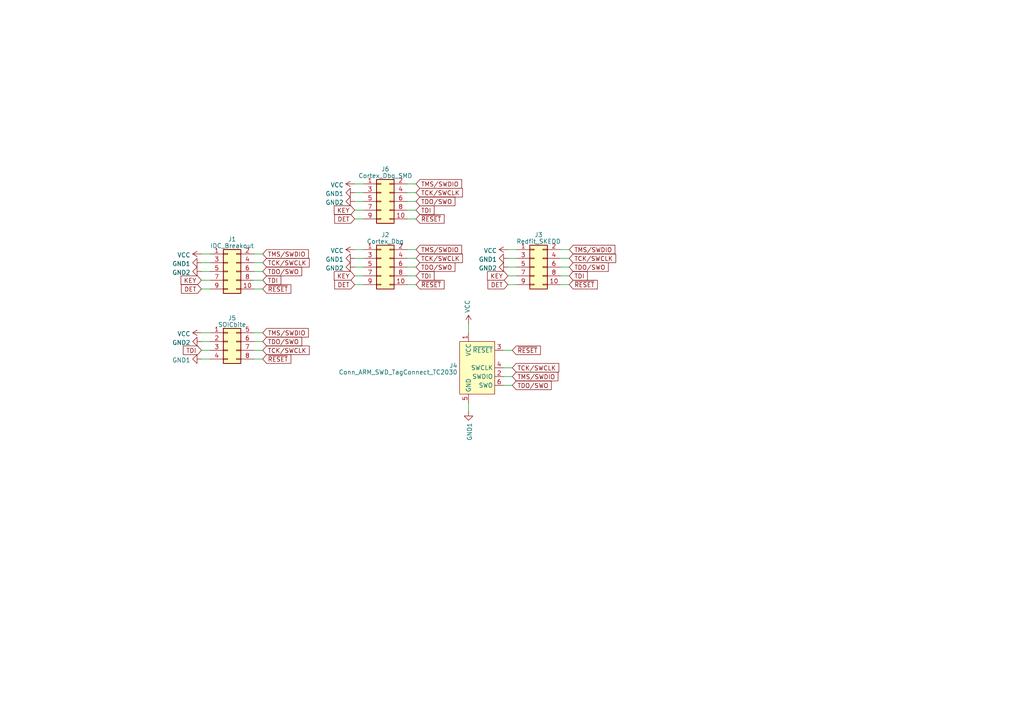
<source format=kicad_sch>
(kicad_sch (version 20230121) (generator eeschema)
  (paper "A4")
  (lib_symbols
    (symbol "Connector:Conn_ARM_SWD_TagConnect_TC2030" (in_bom no)
      (property "Reference" "J" (at 2.54 11.43 0))
      (property "Value" "Conn_ARM_SWD_TagConnect_TC2030" (at 5.08 8.89 0))
      (symbol "Conn_ARM_SWD_TagConnect_TC2030_0_0"
        (pin power_in line (at -2.54 10.16 270) (length 2.54) (name "VCC") (number "1"))
        (pin bidirectional line (at 7.62 -2.54 180) (length 2.54) (name "SWDIO") (number "2"))
        (pin open_collector line (at 7.62 5.08 180) (length 2.54) (name "~{RESET}") (number "3"))
        (pin output line (at 7.62 0 180) (length 2.54) (name "SWCLK") (number "4"))
        (pin power_in line (at -2.54 -10.16 90) (length 2.54) (name "GND") (number "5"))
        (pin input line (at 7.62 -5.08 180) (length 2.54) (name "SWO") (number "6"))
      )
      (symbol "Conn_ARM_SWD_TagConnect_TC2030_0_1"
        (rectangle (start -5.08 7.62) (end 5.08 -7.62) (fill (type background)))
      )
    )
    (symbol "Connector_Generic:Conn_02x04_Top_Bottom" (pin_names (offset 1.016) hide)
      (property "Reference" "J" (at 1.27 5.08 0))
      (property "Value" "Conn_02x04_Top_Bottom" (at 1.27 -7.62 0))
      (symbol "Conn_02x04_Top_Bottom_1_1"
        (rectangle (start -1.27 -4.953) (end 0 -5.207) (stroke (width 0.1524)))
        (rectangle (start -1.27 -2.413) (end 0 -2.667) (stroke (width 0.1524)))
        (rectangle (start -1.27 0.127) (end 0 -0.127) (stroke (width 0.1524)))
        (rectangle (start -1.27 2.667) (end 0 2.413) (stroke (width 0.1524)))
        (rectangle (start -1.27 3.81) (end 3.81 -6.35) (stroke (width 0.254)) (fill (type background)))
        (rectangle (start 3.81 -4.953) (end 2.54 -5.207) (stroke (width 0.1524)))
        (rectangle (start 3.81 -2.413) (end 2.54 -2.667) (stroke (width 0.1524)))
        (rectangle (start 3.81 0.127) (end 2.54 -0.127) (stroke (width 0.1524)))
        (rectangle (start 3.81 2.667) (end 2.54 2.413) (stroke (width 0.1524)))
        (pin passive line (at -5.08 2.54 0) (length 3.81) (name "Pin_1") (number "1"))
        (pin passive line (at -5.08 0 0) (length 3.81) (name "Pin_2") (number "2"))
        (pin passive line (at -5.08 -2.54 0) (length 3.81) (name "Pin_3") (number "3"))
        (pin passive line (at -5.08 -5.08 0) (length 3.81) (name "Pin_4") (number "4"))
        (pin passive line (at 7.62 2.54 180) (length 3.81) (name "Pin_5") (number "5"))
        (pin passive line (at 7.62 0 180) (length 3.81) (name "Pin_6") (number "6"))
        (pin passive line (at 7.62 -2.54 180) (length 3.81) (name "Pin_7") (number "7"))
        (pin passive line (at 7.62 -5.08 180) (length 3.81) (name "Pin_8") (number "8"))
      )
    )
    (symbol "Connector_Generic:Conn_02x05_Odd_Even" (pin_names (offset 1.016) hide)
      (property "Reference" "J" (at 1.27 7.62 0))
      (property "Value" "Conn_02x05_Odd_Even" (at 1.27 -7.62 0))
      (symbol "Conn_02x05_Odd_Even_1_1"
        (rectangle (start -1.27 -4.953) (end 0 -5.207) (stroke (width 0.1524)))
        (rectangle (start -1.27 -2.413) (end 0 -2.667) (stroke (width 0.1524)))
        (rectangle (start -1.27 0.127) (end 0 -0.127) (stroke (width 0.1524)))
        (rectangle (start -1.27 2.667) (end 0 2.413) (stroke (width 0.1524)))
        (rectangle (start -1.27 5.207) (end 0 4.953) (stroke (width 0.1524)))
        (rectangle (start -1.27 6.35) (end 3.81 -6.35) (stroke (width 0.254)) (fill (type background)))
        (rectangle (start 3.81 -4.953) (end 2.54 -5.207) (stroke (width 0.1524)))
        (rectangle (start 3.81 -2.413) (end 2.54 -2.667) (stroke (width 0.1524)))
        (rectangle (start 3.81 0.127) (end 2.54 -0.127) (stroke (width 0.1524)))
        (rectangle (start 3.81 2.667) (end 2.54 2.413) (stroke (width 0.1524)))
        (rectangle (start 3.81 5.207) (end 2.54 4.953) (stroke (width 0.1524)))
        (pin passive line (at -5.08 5.08 0) (length 3.81) (name "Pin_1") (number "1"))
        (pin passive line (at 7.62 -5.08 180) (length 3.81) (name "Pin_10") (number "10"))
        (pin passive line (at 7.62 5.08 180) (length 3.81) (name "Pin_2") (number "2"))
        (pin passive line (at -5.08 2.54 0) (length 3.81) (name "Pin_3") (number "3"))
        (pin passive line (at 7.62 2.54 180) (length 3.81) (name "Pin_4") (number "4"))
        (pin passive line (at -5.08 0 0) (length 3.81) (name "Pin_5") (number "5"))
        (pin passive line (at 7.62 0 180) (length 3.81) (name "Pin_6") (number "6"))
        (pin passive line (at -5.08 -2.54 0) (length 3.81) (name "Pin_7") (number "7"))
        (pin passive line (at 7.62 -2.54 180) (length 3.81) (name "Pin_8") (number "8"))
        (pin passive line (at -5.08 -5.08 0) (length 3.81) (name "Pin_9") (number "9"))
      )
    )
    (symbol "power:GND1" (power) (pin_names (offset 0))
      (property "Value" "GND1" (at 0 -3.81 0))
      (symbol "GND1_0_1"
        (polyline (pts (xy 0 0) (xy 0 -1.27) (xy 1.27 -1.27) (xy 0 -2.54) (xy -1.27 -1.27) (xy 0 -1.27)))
      )
      (symbol "GND1_1_1"
        (pin power_in line (at 0 0 270) (length 0) hide (name "GND1") (number "1"))
      )
    )
    (symbol "power:GND2" (power) (pin_names (offset 0))
      (property "Value" "GND2" (at 0 -3.81 0))
      (symbol "GND2_0_1"
        (polyline (pts (xy 0 0) (xy 0 -1.27) (xy 1.27 -1.27) (xy 0 -2.54) (xy -1.27 -1.27) (xy 0 -1.27)))
      )
      (symbol "GND2_1_1"
        (pin power_in line (at 0 0 270) (length 0) hide (name "GND2") (number "1"))
      )
    )
    (symbol "power:VCC" (power) (pin_names (offset 0))
      (property "Value" "VCC" (at 0 3.81 0))
      (symbol "VCC_0_1"
        (polyline (pts (xy -0.762 1.27) (xy 0 2.54)))
        (polyline (pts (xy 0 0) (xy 0 2.54)))
        (polyline (pts (xy 0 2.54) (xy 0.762 1.27)))
      )
      (symbol "VCC_1_1"
        (pin power_in line (at 0 0 90) (length 0) hide (name "VCC") (number "1"))
      )
    )
  )
  (wire (pts (xy 148.59 101.6) (xy 146.05 101.6)))
  (wire (pts (xy 165.1 72.39) (xy 162.56 72.39)))
  (wire (pts (xy 120.65 74.93) (xy 118.11 74.93)))
  (wire (pts (xy 102.87 60.96) (xy 105.41 60.96)))
  (wire (pts (xy 148.59 111.76) (xy 146.05 111.76)))
  (wire (pts (xy 58.42 99.06) (xy 60.96 99.06)))
  (wire (pts (xy 76.2 104.14) (xy 73.66 104.14)))
  (wire (pts (xy 165.1 80.01) (xy 162.56 80.01)))
  (wire (pts (xy 120.65 60.96) (xy 118.11 60.96)))
  (wire (pts (xy 148.59 109.22) (xy 146.05 109.22)))
  (wire (pts (xy 120.65 82.55) (xy 118.11 82.55)))
  (wire (pts (xy 147.32 72.39) (xy 149.86 72.39)))
  (wire (pts (xy 135.89 119.38) (xy 135.89 116.84)))
  (wire (pts (xy 102.87 53.34) (xy 105.41 53.34)))
  (wire (pts (xy 120.65 77.47) (xy 118.11 77.47)))
  (wire (pts (xy 165.1 74.93) (xy 162.56 74.93)))
  (wire (pts (xy 135.89 93.98) (xy 135.89 96.52)))
  (wire (pts (xy 102.87 74.93) (xy 105.41 74.93)))
  (wire (pts (xy 58.42 73.66) (xy 60.96 73.66)))
  (wire (pts (xy 76.2 99.06) (xy 73.66 99.06)))
  (wire (pts (xy 120.65 63.5) (xy 118.11 63.5)))
  (wire (pts (xy 147.32 77.47) (xy 149.86 77.47)))
  (wire (pts (xy 148.59 106.68) (xy 146.05 106.68)))
  (wire (pts (xy 76.2 101.6) (xy 73.66 101.6)))
  (wire (pts (xy 76.2 83.82) (xy 73.66 83.82)))
  (wire (pts (xy 102.87 58.42) (xy 105.41 58.42)))
  (wire (pts (xy 102.87 63.5) (xy 105.41 63.5)))
  (wire (pts (xy 58.42 101.6) (xy 60.96 101.6)))
  (wire (pts (xy 76.2 78.74) (xy 73.66 78.74)))
  (wire (pts (xy 120.65 80.01) (xy 118.11 80.01)))
  (wire (pts (xy 76.2 76.2) (xy 73.66 76.2)))
  (wire (pts (xy 165.1 82.55) (xy 162.56 82.55)))
  (wire (pts (xy 76.2 73.66) (xy 73.66 73.66)))
  (wire (pts (xy 102.87 77.47) (xy 105.41 77.47)))
  (wire (pts (xy 58.42 78.74) (xy 60.96 78.74)))
  (wire (pts (xy 58.42 96.52) (xy 60.96 96.52)))
  (wire (pts (xy 58.42 83.82) (xy 60.96 83.82)))
  (wire (pts (xy 58.42 81.28) (xy 60.96 81.28)))
  (wire (pts (xy 58.42 104.14) (xy 60.96 104.14)))
  (wire (pts (xy 102.87 55.88) (xy 105.41 55.88)))
  (wire (pts (xy 76.2 96.52) (xy 73.66 96.52)))
  (wire (pts (xy 102.87 72.39) (xy 105.41 72.39)))
  (wire (pts (xy 120.65 53.34) (xy 118.11 53.34)))
  (wire (pts (xy 102.87 80.01) (xy 105.41 80.01)))
  (wire (pts (xy 120.65 72.39) (xy 118.11 72.39)))
  (wire (pts (xy 165.1 77.47) (xy 162.56 77.47)))
  (wire (pts (xy 76.2 81.28) (xy 73.66 81.28)))
  (wire (pts (xy 147.32 74.93) (xy 149.86 74.93)))
  (wire (pts (xy 120.65 55.88) (xy 118.11 55.88)))
  (wire (pts (xy 120.65 58.42) (xy 118.11 58.42)))
  (wire (pts (xy 58.42 76.2) (xy 60.96 76.2)))
  (wire (pts (xy 102.87 82.55) (xy 105.41 82.55)))
  (wire (pts (xy 147.32 80.01) (xy 149.86 80.01)))
  (wire (pts (xy 147.32 82.55) (xy 149.86 82.55)))
  (global_label "TCK{slash}SWCLK" (shape input) (at 120.65 55.88 0) (property "Intersheetrefs" "${INTERSHEET_REFS}" (effects hide)))
  (global_label "TCK{slash}SWCLK" (shape input) (at 120.65 74.93 0) (property "Intersheetrefs" "${INTERSHEET_REFS}" (effects hide)))
  (global_label "KEY" (shape input) (at 102.87 60.96 180) (property "Intersheetrefs" "${INTERSHEET_REFS}" (effects hide)))
  (global_label "TCK{slash}SWCLK" (shape input) (at 148.59 106.68 0) (property "Intersheetrefs" "${INTERSHEET_REFS}" (effects hide)))
  (global_label "TDI" (shape input) (at 58.42 101.6 180) (property "Intersheetrefs" "${INTERSHEET_REFS}" (effects hide)))
  (global_label "KEY" (shape input) (at 58.42 81.28 180) (property "Intersheetrefs" "${INTERSHEET_REFS}" (effects hide)))
  (global_label "TDO{slash}SWO" (shape input) (at 76.2 78.74 0) (property "Intersheetrefs" "${INTERSHEET_REFS}" (effects hide)))
  (global_label "KEY" (shape input) (at 102.87 80.01 180) (property "Intersheetrefs" "${INTERSHEET_REFS}" (effects hide)))
  (global_label "~{RESET}" (shape input) (at 76.2 104.14 0) (property "Intersheetrefs" "${INTERSHEET_REFS}" (effects hide)))
  (global_label "KEY" (shape input) (at 147.32 80.01 180) (property "Intersheetrefs" "${INTERSHEET_REFS}" (effects hide)))
  (global_label "TDO{slash}SWO" (shape input) (at 148.59 111.76 0) (property "Intersheetrefs" "${INTERSHEET_REFS}" (effects hide)))
  (global_label "DET" (shape input) (at 102.87 63.5 180) (property "Intersheetrefs" "${INTERSHEET_REFS}" (effects hide)))
  (global_label "TCK{slash}SWCLK" (shape input) (at 76.2 101.6 0) (property "Intersheetrefs" "${INTERSHEET_REFS}" (effects hide)))
  (global_label "TDI" (shape input) (at 165.1 80.01 0) (property "Intersheetrefs" "${INTERSHEET_REFS}" (effects hide)))
  (global_label "TDO{slash}SWO" (shape input) (at 76.2 99.06 0) (property "Intersheetrefs" "${INTERSHEET_REFS}" (effects hide)))
  (global_label "~{RESET}" (shape input) (at 120.65 82.55 0) (property "Intersheetrefs" "${INTERSHEET_REFS}" (effects hide)))
  (global_label "TMS{slash}SWDIO" (shape input) (at 120.65 72.39 0) (property "Intersheetrefs" "${INTERSHEET_REFS}" (effects hide)))
  (global_label "TMS{slash}SWDIO" (shape input) (at 120.65 53.34 0) (property "Intersheetrefs" "${INTERSHEET_REFS}" (effects hide)))
  (global_label "~{RESET}" (shape input) (at 148.59 101.6 0) (property "Intersheetrefs" "${INTERSHEET_REFS}" (effects hide)))
  (global_label "TDO{slash}SWO" (shape input) (at 120.65 58.42 0) (property "Intersheetrefs" "${INTERSHEET_REFS}" (effects hide)))
  (global_label "TCK{slash}SWCLK" (shape input) (at 165.1 74.93 0) (property "Intersheetrefs" "${INTERSHEET_REFS}" (effects hide)))
  (global_label "TDO{slash}SWO" (shape input) (at 120.65 77.47 0) (property "Intersheetrefs" "${INTERSHEET_REFS}" (effects hide)))
  (global_label "TMS{slash}SWDIO" (shape input) (at 76.2 96.52 0) (property "Intersheetrefs" "${INTERSHEET_REFS}" (effects hide)))
  (global_label "~{RESET}" (shape input) (at 76.2 83.82 0) (property "Intersheetrefs" "${INTERSHEET_REFS}" (effects hide)))
  (global_label "DET" (shape input) (at 102.87 82.55 180) (property "Intersheetrefs" "${INTERSHEET_REFS}" (effects hide)))
  (global_label "TMS{slash}SWDIO" (shape input) (at 76.2 73.66 0) (property "Intersheetrefs" "${INTERSHEET_REFS}" (effects hide)))
  (global_label "~{RESET}" (shape input) (at 165.1 82.55 0) (property "Intersheetrefs" "${INTERSHEET_REFS}" (effects hide)))
  (global_label "DET" (shape input) (at 58.42 83.82 180) (property "Intersheetrefs" "${INTERSHEET_REFS}" (effects hide)))
  (global_label "TDI" (shape input) (at 76.2 81.28 0) (property "Intersheetrefs" "${INTERSHEET_REFS}" (effects hide)))
  (global_label "TDI" (shape input) (at 120.65 80.01 0) (property "Intersheetrefs" "${INTERSHEET_REFS}" (effects hide)))
  (global_label "TDI" (shape input) (at 120.65 60.96 0) (property "Intersheetrefs" "${INTERSHEET_REFS}" (effects hide)))
  (global_label "~{RESET}" (shape input) (at 120.65 63.5 0) (property "Intersheetrefs" "${INTERSHEET_REFS}" (effects hide)))
  (global_label "TMS{slash}SWDIO" (shape input) (at 148.59 109.22 0) (property "Intersheetrefs" "${INTERSHEET_REFS}" (effects hide)))
  (global_label "TCK{slash}SWCLK" (shape input) (at 76.2 76.2 0) (property "Intersheetrefs" "${INTERSHEET_REFS}" (effects hide)))
  (global_label "TMS{slash}SWDIO" (shape input) (at 165.1 72.39 0) (property "Intersheetrefs" "${INTERSHEET_REFS}" (effects hide)))
  (global_label "TDO{slash}SWO" (shape input) (at 165.1 77.47 0) (property "Intersheetrefs" "${INTERSHEET_REFS}" (effects hide)))
  (global_label "DET" (shape input) (at 147.32 82.55 180) (property "Intersheetrefs" "${INTERSHEET_REFS}" (effects hide)))
  (symbol (lib_id "power:VCC") (at 102.87 72.39 90) (unit 1)
    (property "Reference" "#PWR04" (effects hide))
    (property "Value" "VCC" (at 99.695 72.7068 90) (effects (justify left)))
  )
  (symbol (lib_id "Connector:Conn_ARM_SWD_TagConnect_TC2030") (at 138.43 106.68 0) (unit 1) (in_bom no)
    (property "Reference" "J4" (at 132.715 106.0363 0) (effects (justify right)))
    (property "Value" "Conn_ARM_SWD_TagConnect_TC2030" (at 132.715 107.9573 0) (effects (justify right)))
    (property "Footprint" "Connector:Tag-Connect_TC2030-IDC-FP_2x03_P1.27mm_Vertical" (effects hide))
    (property "Datasheet" "https://www.tag-connect.com/wp-content/uploads/bsk-pdf-manager/TC2030-CTX_1.pdf" (effects hide))
  )
  (symbol (lib_id "power:GND1") (at 135.89 119.38 0) (unit 1)
    (property "Reference" "#PWR011" (effects hide))
    (property "Value" "GND1" (at 136.2068 122.555 90) (effects (justify right)))
  )
  (symbol (lib_id "power:VCC") (at 147.32 72.39 90) (unit 1)
    (property "Reference" "#PWR07" (effects hide))
    (property "Value" "VCC" (at 144.145 72.7068 90) (effects (justify left)))
  )
  (symbol (lib_id "power:GND1") (at 58.42 104.14 270) (unit 1)
    (property "Reference" "#PWR016" (effects hide))
    (property "Value" "GND1" (at 55.245 104.4568 90) (effects (justify right)))
  )
  (symbol (lib_id "Connector_Generic:Conn_02x05_Odd_Even") (at 66.04 78.74 0) (unit 1)
    (property "Reference" "J1" (at 67.31 69.3801 0))
    (property "Value" "IDC_Breakout" (at 67.31 71.3011 0))
    (property "Footprint" "Connector_PinHeader_2.54mm:PinHeader_2x05_P2.54mm_Vertical" (effects hide))
  )
  (symbol (lib_id "power:GND2") (at 58.42 78.74 270) (unit 1)
    (property "Reference" "#PWR03" (effects hide))
    (property "Value" "GND2" (at 55.245 79.0568 90) (effects (justify right)))
  )
  (symbol (lib_id "power:GND2") (at 147.32 77.47 270) (unit 1)
    (property "Reference" "#PWR09" (effects hide))
    (property "Value" "GND2" (at 144.145 77.7868 90) (effects (justify right)))
  )
  (symbol (lib_id "Connector_Generic:Conn_02x04_Top_Bottom") (at 66.04 99.06 0) (unit 1) (in_bom no)
    (property "Reference" "J5" (at 67.31 92.2401 0))
    (property "Value" "SOICbite" (at 67.31 94.1611 0))
    (property "Footprint" "chip-bo:SOIC_clipProgSmall" (effects hide))
  )
  (symbol (lib_id "power:GND1") (at 102.87 55.88 270) (unit 1)
    (property "Reference" "#PWR013" (effects hide))
    (property "Value" "GND1" (at 99.695 56.1968 90) (effects (justify right)))
  )
  (symbol (lib_id "power:GND1") (at 58.42 76.2 270) (unit 1)
    (property "Reference" "#PWR02" (effects hide))
    (property "Value" "GND1" (at 55.245 76.5168 90) (effects (justify right)))
  )
  (symbol (lib_id "Connector_Generic:Conn_02x05_Odd_Even") (at 110.49 58.42 0) (unit 1) (in_bom no)
    (property "Reference" "J6" (at 111.76 49.0601 0))
    (property "Value" "Cortex_Dbg_SMD" (at 111.76 50.9811 0))
    (property "Footprint" "lethalbit-connectors:FTSH-105-01-L-DV-K-TR" (effects hide))
    (property "Sim.Enable" "0" (effects hide))
  )
  (symbol (lib_id "power:GND2") (at 102.87 58.42 270) (unit 1)
    (property "Reference" "#PWR014" (effects hide))
    (property "Value" "GND2" (at 99.695 58.7368 90) (effects (justify right)))
  )
  (symbol (lib_id "Connector_Generic:Conn_02x05_Odd_Even") (at 110.49 77.47 0) (unit 1)
    (property "Reference" "J2" (at 111.76 68.1101 0))
    (property "Value" "Cortex_Dbg" (at 111.76 70.0311 0))
    (property "Footprint" "Connector_PinHeader_1.27mm:PinHeader_2x05_P1.27mm_Vertical" (effects hide))
  )
  (symbol (lib_id "power:VCC") (at 102.87 53.34 90) (unit 1)
    (property "Reference" "#PWR012" (effects hide))
    (property "Value" "VCC" (at 99.695 53.6568 90) (effects (justify left)))
  )
  (symbol (lib_id "power:GND2") (at 58.42 99.06 270) (unit 1)
    (property "Reference" "#PWR017" (effects hide))
    (property "Value" "GND2" (at 55.245 99.3768 90) (effects (justify right)))
  )
  (symbol (lib_id "power:GND1") (at 147.32 74.93 270) (unit 1)
    (property "Reference" "#PWR08" (effects hide))
    (property "Value" "GND1" (at 144.145 75.2468 90) (effects (justify right)))
  )
  (symbol (lib_id "power:VCC") (at 135.89 93.98 0) (unit 1)
    (property "Reference" "#PWR010" (effects hide))
    (property "Value" "VCC" (at 135.5732 90.805 90) (effects (justify left)))
  )
  (symbol (lib_id "power:VCC") (at 58.42 96.52 90) (unit 1)
    (property "Reference" "#PWR015" (effects hide))
    (property "Value" "VCC" (at 55.245 96.8368 90) (effects (justify left)))
  )
  (symbol (lib_id "power:VCC") (at 58.42 73.66 90) (unit 1)
    (property "Reference" "#PWR01" (effects hide))
    (property "Value" "VCC" (at 55.245 73.9768 90) (effects (justify left)))
  )
  (symbol (lib_id "power:GND2") (at 102.87 77.47 270) (unit 1)
    (property "Reference" "#PWR06" (effects hide))
    (property "Value" "GND2" (at 99.695 77.7868 90) (effects (justify right)))
  )
  (symbol (lib_id "power:GND1") (at 102.87 74.93 270) (unit 1)
    (property "Reference" "#PWR05" (effects hide))
    (property "Value" "GND1" (at 99.695 75.2468 90) (effects (justify right)))
  )
  (symbol (lib_id "Connector_Generic:Conn_02x05_Odd_Even") (at 154.94 77.47 0) (unit 1) (in_bom no)
    (property "Reference" "J3" (at 156.21 68.1101 0))
    (property "Value" "Redfit_SKEDD" (at 156.21 70.0311 0))
    (property "Footprint" "chip-bo:Wurth_WR-RST_REDFIT_IDC_SKEDD-10_02x05_490107671012_DEBUG" (effects hide))
  )
)
</source>
